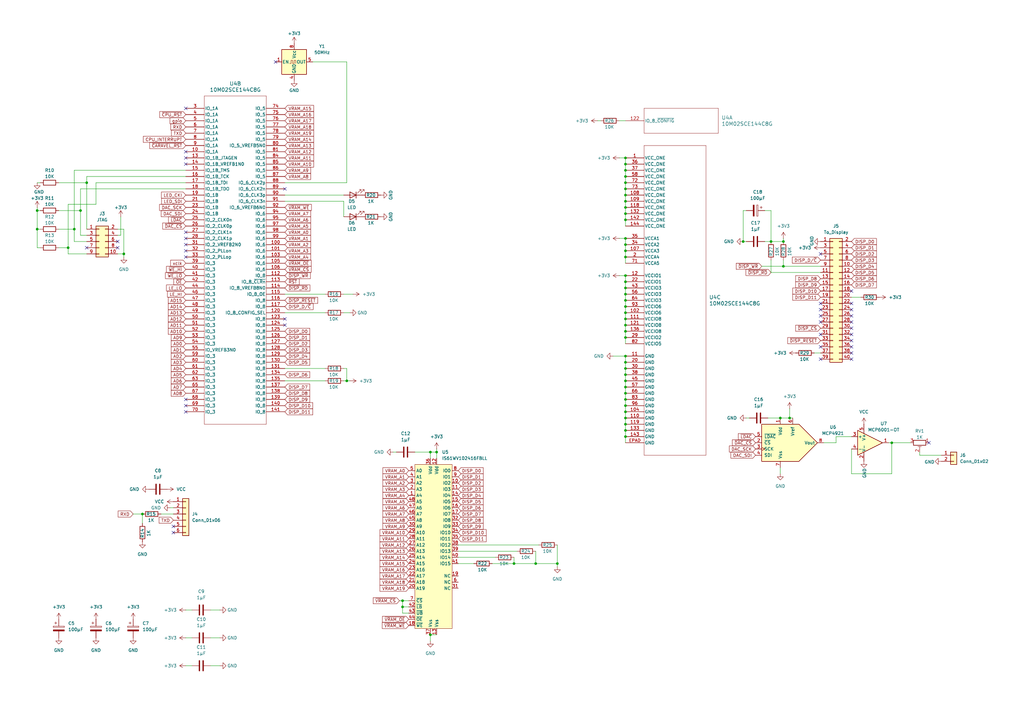
<source format=kicad_sch>
(kicad_sch (version 20250114) (generator "eeschema") (generator_version "9.0")
  (paper "A3")
  (junction (at 30.48 93.98))
  (junction (at 256.54 151.13))
  (junction (at 256.54 80.01))
  (junction (at 256.54 69.85))
  (junction (at 256.54 146.05))
  (junction (at 256.54 166.37))
  (junction (at 219.71 231.14))
  (junction (at 256.54 173.99))
  (junction (at 256.54 148.59))
  (junction (at 15.24 93.98))
  (junction (at 165.1 248.92))
  (junction (at 321.31 109.22))
  (junction (at 27.94 101.6))
  (junction (at 256.54 153.67))
  (junction (at 179.07 185.42))
  (junction (at 256.54 135.89))
  (junction (at 256.54 123.19))
  (junction (at 165.1 246.38))
  (junction (at 35.56 74.93))
  (junction (at 320.04 171.45))
  (junction (at 256.54 77.47))
  (junction (at 176.53 185.42))
  (junction (at 228.6 231.14))
  (junction (at 256.54 133.35))
  (junction (at 256.54 74.93))
  (junction (at 321.31 99.06))
  (junction (at 256.54 102.87))
  (junction (at 256.54 85.09))
  (junction (at 256.54 72.39))
  (junction (at 256.54 67.31))
  (junction (at 256.54 130.81))
  (junction (at 323.85 171.45))
  (junction (at 256.54 163.83))
  (junction (at 256.54 90.17))
  (junction (at 256.54 156.21))
  (junction (at 365.76 181.61))
  (junction (at 50.8 104.14))
  (junction (at 256.54 82.55))
  (junction (at 142.24 156.21))
  (junction (at 256.54 120.65))
  (junction (at 256.54 125.73))
  (junction (at 316.23 99.06))
  (junction (at 256.54 168.91))
  (junction (at 304.8 99.06))
  (junction (at 256.54 161.29))
  (junction (at 33.02 86.36))
  (junction (at 256.54 171.45))
  (junction (at 15.24 86.36))
  (junction (at 256.54 118.11))
  (junction (at 256.54 115.57))
  (junction (at 256.54 105.41))
  (junction (at 256.54 97.79))
  (junction (at 256.54 138.43))
  (junction (at 176.53 260.35))
  (junction (at 256.54 113.03))
  (junction (at 58.42 210.82))
  (junction (at 256.54 87.63))
  (junction (at 256.54 100.33))
  (junction (at 256.54 128.27))
  (junction (at 256.54 179.07))
  (junction (at 256.54 176.53))
  (junction (at 256.54 64.77))
  (junction (at 210.82 231.14))
  (junction (at 256.54 158.75))
  (no_connect (at 349.25 124.46))
  (no_connect (at 48.26 101.6))
  (no_connect (at 71.12 215.9))
  (no_connect (at 336.55 127))
  (no_connect (at 336.55 142.24))
  (no_connect (at 71.12 218.44))
  (no_connect (at 336.55 124.46))
  (no_connect (at 116.84 130.81))
  (no_connect (at 76.2 102.87))
  (no_connect (at 76.2 105.41))
  (no_connect (at 336.55 132.08))
  (no_connect (at 349.25 134.62))
  (no_connect (at 76.2 168.91))
  (no_connect (at 349.25 147.32))
  (no_connect (at 76.2 64.77))
  (no_connect (at 349.25 129.54))
  (no_connect (at 349.25 139.7))
  (no_connect (at 349.25 142.24))
  (no_connect (at 76.2 67.31))
  (no_connect (at 116.84 77.47))
  (no_connect (at 349.25 132.08))
  (no_connect (at 76.2 100.33))
  (no_connect (at 35.56 101.6))
  (no_connect (at 76.2 62.23))
  (no_connect (at 116.84 133.35))
  (no_connect (at 349.25 137.16))
  (no_connect (at 336.55 104.14))
  (no_connect (at 76.2 97.79))
  (no_connect (at 349.25 127))
  (no_connect (at 349.25 119.38))
  (no_connect (at 76.2 44.45))
  (no_connect (at 113.03 25.4))
  (no_connect (at 336.55 129.54))
  (no_connect (at 336.55 147.32))
  (no_connect (at 381 181.61))
  (no_connect (at 76.2 166.37))
  (no_connect (at 336.55 137.16))
  (no_connect (at 76.2 95.25))
  (no_connect (at 349.25 144.78))
  (no_connect (at 48.26 99.06))
  (no_connect (at 76.2 163.83))
  (wire (pts (xy 320.04 191.77) (xy 320.04 194.31)))
  (wire (pts (xy 256.54 176.53) (xy 256.54 179.07)))
  (wire (pts (xy 245.11 49.53) (xy 246.38 49.53)))
  (wire (pts (xy 323.85 171.45) (xy 323.85 167.64)))
  (wire (pts (xy 334.01 144.78) (xy 336.55 144.78)))
  (wire (pts (xy 320.04 171.45) (xy 323.85 171.45)))
  (wire (pts (xy 256.54 146.05) (xy 256.54 148.59)))
  (wire (pts (xy 140.97 82.55) (xy 140.97 88.9)))
  (wire (pts (xy 27.94 104.14) (xy 35.56 104.14)))
  (wire (pts (xy 116.84 151.13) (xy 133.35 151.13)))
  (wire (pts (xy 314.96 171.45) (xy 320.04 171.45)))
  (wire (pts (xy 24.13 86.36) (xy 33.02 86.36)))
  (wire (pts (xy 50.8 93.98) (xy 50.8 104.14)))
  (wire (pts (xy 304.8 86.36) (xy 304.8 99.06)))
  (wire (pts (xy 30.48 99.06) (xy 35.56 99.06)))
  (wire (pts (xy 377.19 186.69) (xy 377.19 185.42)))
  (wire (pts (xy 116.84 74.93) (xy 142.24 74.93)))
  (wire (pts (xy 49.53 88.9) (xy 49.53 96.52)))
  (wire (pts (xy 24.13 101.6) (xy 27.94 101.6)))
  (wire (pts (xy 306.07 86.36) (xy 304.8 86.36)))
  (wire (pts (xy 69.85 208.28) (xy 71.12 208.28)))
  (wire (pts (xy 256.54 125.73) (xy 256.54 128.27)))
  (wire (pts (xy 58.42 210.82) (xy 58.42 214.63)))
  (wire (pts (xy 167.64 251.46) (xy 165.1 251.46)))
  (wire (pts (xy 256.54 168.91) (xy 256.54 171.45)))
  (wire (pts (xy 254 64.77) (xy 256.54 64.77)))
  (wire (pts (xy 256.54 113.03) (xy 256.54 115.57)))
  (wire (pts (xy 316.23 99.06) (xy 321.31 99.06)))
  (wire (pts (xy 116.84 156.21) (xy 133.35 156.21)))
  (wire (pts (xy 165.1 251.46) (xy 165.1 248.92)))
  (wire (pts (xy 256.54 77.47) (xy 256.54 80.01)))
  (wire (pts (xy 176.53 185.42) (xy 179.07 185.42)))
  (wire (pts (xy 170.18 185.42) (xy 176.53 185.42)))
  (wire (pts (xy 76.2 273.05) (xy 78.74 273.05)))
  (wire (pts (xy 15.24 86.36) (xy 16.51 86.36)))
  (wire (pts (xy 256.54 74.93) (xy 256.54 77.47)))
  (wire (pts (xy 39.37 74.93) (xy 39.37 83.82)))
  (wire (pts (xy 256.54 163.83) (xy 256.54 166.37)))
  (wire (pts (xy 24.13 74.93) (xy 35.56 74.93)))
  (wire (pts (xy 256.54 87.63) (xy 256.54 90.17)))
  (wire (pts (xy 176.53 262.89) (xy 176.53 260.35)))
  (wire (pts (xy 30.48 69.85) (xy 30.48 93.98)))
  (wire (pts (xy 256.54 135.89) (xy 256.54 138.43)))
  (wire (pts (xy 256.54 67.31) (xy 256.54 69.85)))
  (wire (pts (xy 142.24 156.21) (xy 143.51 156.21)))
  (wire (pts (xy 15.24 101.6) (xy 15.24 93.98)))
  (wire (pts (xy 187.96 223.52) (xy 220.98 223.52)))
  (wire (pts (xy 256.54 97.79) (xy 256.54 100.33)))
  (wire (pts (xy 256.54 148.59) (xy 256.54 151.13)))
  (wire (pts (xy 76.2 250.19) (xy 78.74 250.19)))
  (wire (pts (xy 256.54 102.87) (xy 256.54 105.41)))
  (wire (pts (xy 39.37 74.93) (xy 76.2 74.93)))
  (wire (pts (xy 86.36 250.19) (xy 90.17 250.19)))
  (wire (pts (xy 116.84 120.65) (xy 133.35 120.65)))
  (wire (pts (xy 140.97 128.27) (xy 143.51 128.27)))
  (wire (pts (xy 256.54 171.45) (xy 256.54 173.99)))
  (wire (pts (xy 365.76 194.31) (xy 365.76 181.61)))
  (wire (pts (xy 256.54 166.37) (xy 256.54 168.91)))
  (wire (pts (xy 349.25 184.15) (xy 349.25 194.31)))
  (wire (pts (xy 256.54 156.21) (xy 256.54 158.75)))
  (wire (pts (xy 256.54 69.85) (xy 256.54 72.39)))
  (wire (pts (xy 49.53 96.52) (xy 48.26 96.52)))
  (wire (pts (xy 256.54 173.99) (xy 256.54 176.53)))
  (wire (pts (xy 35.56 72.39) (xy 76.2 72.39)))
  (wire (pts (xy 142.24 25.4) (xy 128.27 25.4)))
  (wire (pts (xy 176.53 260.35) (xy 179.07 260.35)))
  (wire (pts (xy 256.54 105.41) (xy 256.54 107.95)))
  (wire (pts (xy 50.8 104.14) (xy 48.26 104.14)))
  (wire (pts (xy 24.13 93.98) (xy 30.48 93.98)))
  (wire (pts (xy 256.54 158.75) (xy 256.54 161.29)))
  (wire (pts (xy 15.24 74.93) (xy 16.51 74.93)))
  (wire (pts (xy 228.6 223.52) (xy 228.6 231.14)))
  (wire (pts (xy 219.71 231.14) (xy 210.82 231.14)))
  (wire (pts (xy 256.54 161.29) (xy 256.54 163.83)))
  (wire (pts (xy 313.69 86.36) (xy 316.23 86.36)))
  (wire (pts (xy 66.04 210.82) (xy 71.12 210.82)))
  (wire (pts (xy 27.94 101.6) (xy 27.94 104.14)))
  (wire (pts (xy 116.84 82.55) (xy 140.97 82.55)))
  (wire (pts (xy 321.31 109.22) (xy 336.55 109.22)))
  (wire (pts (xy 16.51 93.98) (xy 15.24 93.98)))
  (wire (pts (xy 140.97 120.65) (xy 144.78 120.65)))
  (wire (pts (xy 16.51 101.6) (xy 15.24 101.6)))
  (wire (pts (xy 325.12 171.45) (xy 323.85 171.45)))
  (wire (pts (xy 30.48 69.85) (xy 76.2 69.85)))
  (wire (pts (xy 228.6 231.14) (xy 228.6 232.41)))
  (wire (pts (xy 342.9 179.07) (xy 342.9 181.61)))
  (wire (pts (xy 140.97 156.21) (xy 142.24 156.21)))
  (wire (pts (xy 256.54 179.07) (xy 256.54 181.61)))
  (wire (pts (xy 210.82 231.14) (xy 210.82 228.6)))
  (wire (pts (xy 161.29 185.42) (xy 162.56 185.42)))
  (wire (pts (xy 179.07 185.42) (xy 179.07 187.96)))
  (wire (pts (xy 27.94 83.82) (xy 27.94 101.6)))
  (wire (pts (xy 15.24 85.09) (xy 15.24 86.36)))
  (wire (pts (xy 316.23 86.36) (xy 316.23 99.06)))
  (wire (pts (xy 39.37 83.82) (xy 27.94 83.82)))
  (wire (pts (xy 187.96 226.06) (xy 212.09 226.06)))
  (wire (pts (xy 256.54 128.27) (xy 256.54 130.81)))
  (wire (pts (xy 256.54 100.33) (xy 256.54 102.87)))
  (wire (pts (xy 30.48 93.98) (xy 30.48 99.06)))
  (wire (pts (xy 48.26 93.98) (xy 50.8 93.98)))
  (wire (pts (xy 256.54 64.77) (xy 256.54 67.31)))
  (wire (pts (xy 254 97.79) (xy 256.54 97.79)))
  (wire (pts (xy 256.54 82.55) (xy 256.54 85.09)))
  (wire (pts (xy 201.93 231.14) (xy 210.82 231.14)))
  (wire (pts (xy 386.08 186.69) (xy 377.19 186.69)))
  (wire (pts (xy 54.61 210.82) (xy 58.42 210.82)))
  (wire (pts (xy 256.54 123.19) (xy 256.54 125.73)))
  (wire (pts (xy 313.69 99.06) (xy 316.23 99.06)))
  (wire (pts (xy 312.42 109.22) (xy 321.31 109.22)))
  (wire (pts (xy 256.54 153.67) (xy 256.54 156.21)))
  (wire (pts (xy 35.56 72.39) (xy 35.56 74.93)))
  (wire (pts (xy 50.8 104.14) (xy 50.8 105.41)))
  (wire (pts (xy 364.49 181.61) (xy 365.76 181.61)))
  (wire (pts (xy 165.1 248.92) (xy 165.1 246.38)))
  (wire (pts (xy 256.54 118.11) (xy 256.54 120.65)))
  (wire (pts (xy 256.54 90.17) (xy 256.54 92.71)))
  (wire (pts (xy 116.84 128.27) (xy 133.35 128.27)))
  (wire (pts (xy 76.2 261.62) (xy 78.74 261.62)))
  (wire (pts (xy 142.24 74.93) (xy 142.24 25.4)))
  (wire (pts (xy 219.71 226.06) (xy 219.71 231.14)))
  (wire (pts (xy 179.07 184.15) (xy 179.07 185.42)))
  (wire (pts (xy 256.54 80.01) (xy 256.54 82.55)))
  (wire (pts (xy 256.54 115.57) (xy 256.54 118.11)))
  (wire (pts (xy 256.54 85.09) (xy 256.54 87.63)))
  (wire (pts (xy 165.1 246.38) (xy 167.64 246.38)))
  (wire (pts (xy 163.83 246.38) (xy 165.1 246.38)))
  (wire (pts (xy 256.54 72.39) (xy 256.54 74.93)))
  (wire (pts (xy 33.02 77.47) (xy 33.02 86.36)))
  (wire (pts (xy 251.46 146.05) (xy 256.54 146.05)))
  (wire (pts (xy 321.31 97.79) (xy 321.31 99.06)))
  (wire (pts (xy 254 49.53) (xy 256.54 49.53)))
  (wire (pts (xy 316.23 111.76) (xy 336.55 111.76)))
  (wire (pts (xy 176.53 187.96) (xy 176.53 185.42)))
  (wire (pts (xy 349.25 121.92) (xy 353.06 121.92)))
  (wire (pts (xy 33.02 96.52) (xy 35.56 96.52)))
  (wire (pts (xy 116.84 80.01) (xy 140.97 80.01)))
  (wire (pts (xy 256.54 130.81) (xy 256.54 133.35)))
  (wire (pts (xy 256.54 120.65) (xy 256.54 123.19)))
  (wire (pts (xy 256.54 133.35) (xy 256.54 135.89)))
  (wire (pts (xy 140.97 151.13) (xy 142.24 151.13)))
  (wire (pts (xy 349.25 194.31) (xy 365.76 194.31)))
  (wire (pts (xy 349.25 179.07) (xy 342.9 179.07)))
  (wire (pts (xy 86.36 273.05) (xy 90.17 273.05)))
  (wire (pts (xy 86.36 261.62) (xy 90.17 261.62)))
  (wire (pts (xy 304.8 99.06) (xy 306.07 99.06)))
  (wire (pts (xy 254 113.03) (xy 256.54 113.03)))
  (wire (pts (xy 342.9 181.61) (xy 337.82 181.61)))
  (wire (pts (xy 306.07 171.45) (xy 307.34 171.45)))
  (wire (pts (xy 365.76 181.61) (xy 373.38 181.61)))
  (wire (pts (xy 15.24 93.98) (xy 15.24 86.36)))
  (wire (pts (xy 187.96 231.14) (xy 194.31 231.14)))
  (wire (pts (xy 316.23 106.68) (xy 316.23 111.76)))
  (wire (pts (xy 33.02 86.36) (xy 33.02 96.52)))
  (wire (pts (xy 187.96 228.6) (xy 203.2 228.6)))
  (wire (pts (xy 142.24 151.13) (xy 142.24 156.21)))
  (wire (pts (xy 35.56 74.93) (xy 35.56 93.98)))
  (wire (pts (xy 321.31 106.68) (xy 321.31 109.22)))
  (wire (pts (xy 228.6 231.14) (xy 219.71 231.14)))
  (wire (pts (xy 165.1 248.92) (xy 167.64 248.92)))
  (wire (pts (xy 256.54 138.43) (xy 256.54 140.97)))
  (wire (pts (xy 256.54 151.13) (xy 256.54 153.67)))
  (wire (pts (xy 33.02 77.47) (xy 76.2 77.47)))
  (global_label "VRAM_A18" (shape input) (at 116.84 52.07 0) (property "Intersheetrefs" "${INTERSHEET_REFS}" (effects (hide yes))))
  (global_label "AD7" (shape input) (at 76.2 158.75 180) (property "Intersheetrefs" "${INTERSHEET_REFS}" (effects (hide yes))))
  (global_label "VRAM_A8" (shape input) (at 116.84 72.39 0) (property "Intersheetrefs" "${INTERSHEET_REFS}" (effects (hide yes))))
  (global_label "RXD" (shape input) (at 54.61 210.82 180) (property "Intersheetrefs" "${INTERSHEET_REFS}" (effects (hide yes))))
  (global_label "DISP_D5" (shape input) (at 187.96 205.74 0) (property "Intersheetrefs" "${INTERSHEET_REFS}" (effects (hide yes))))
  (global_label "DISP_D2" (shape input) (at 116.84 140.97 0) (property "Intersheetrefs" "${INTERSHEET_REFS}" (effects (hide yes))))
  (global_label "DISP_D{slash}~{C}" (shape input) (at 116.84 125.73 0) (property "Intersheetrefs" "${INTERSHEET_REFS}" (effects (hide yes))))
  (global_label "~{VRAM_WE}" (shape input) (at 116.84 85.09 0) (property "Intersheetrefs" "${INTERSHEET_REFS}" (effects (hide yes))))
  (global_label "VRAM_A9" (shape input) (at 167.64 215.9 180) (property "Intersheetrefs" "${INTERSHEET_REFS}" (effects (hide yes))))
  (global_label "VRAM_A2" (shape input) (at 167.64 198.12 180) (property "Intersheetrefs" "${INTERSHEET_REFS}" (effects (hide yes))))
  (global_label "DISP_D8" (shape input) (at 336.55 114.3 180) (property "Intersheetrefs" "${INTERSHEET_REFS}" (effects (hide yes))))
  (global_label "~{DISP_WR}" (shape input) (at 312.42 109.22 180) (property "Intersheetrefs" "${INTERSHEET_REFS}" (effects (hide yes))))
  (global_label "CPU_INTERRUPT" (shape input) (at 76.2 57.15 180) (property "Intersheetrefs" "${INTERSHEET_REFS}" (effects (hide yes))))
  (global_label "~{DISP_WR}" (shape input) (at 116.84 113.03 0) (property "Intersheetrefs" "${INTERSHEET_REFS}" (effects (hide yes))))
  (global_label "VRAM_A17" (shape input) (at 116.84 49.53 0) (property "Intersheetrefs" "${INTERSHEET_REFS}" (effects (hide yes))))
  (global_label "AD6" (shape input) (at 76.2 156.21 180) (property "Intersheetrefs" "${INTERSHEET_REFS}" (effects (hide yes))))
  (global_label "VRAM_A10" (shape input) (at 167.64 218.44 180) (property "Intersheetrefs" "${INTERSHEET_REFS}" (effects (hide yes))))
  (global_label "DISP_D0" (shape input) (at 349.25 99.06 0) (property "Intersheetrefs" "${INTERSHEET_REFS}" (effects (hide yes))))
  (global_label "DISP_D0" (shape input) (at 116.84 135.89 0) (property "Intersheetrefs" "${INTERSHEET_REFS}" (effects (hide yes))))
  (global_label "LE_HI" (shape input) (at 76.2 120.65 180) (property "Intersheetrefs" "${INTERSHEET_REFS}" (effects (hide yes))))
  (global_label "DISP_D4" (shape input) (at 187.96 203.2 0) (property "Intersheetrefs" "${INTERSHEET_REFS}" (effects (hide yes))))
  (global_label "~{DISP_CS}" (shape input) (at 336.55 134.62 180) (property "Intersheetrefs" "${INTERSHEET_REFS}" (effects (hide yes))))
  (global_label "AD12" (shape input) (at 76.2 130.81 180) (property "Intersheetrefs" "${INTERSHEET_REFS}" (effects (hide yes))))
  (global_label "DISP_D3" (shape input) (at 349.25 106.68 0) (property "Intersheetrefs" "${INTERSHEET_REFS}" (effects (hide yes))))
  (global_label "~{RST}" (shape input) (at 116.84 115.57 0) (property "Intersheetrefs" "${INTERSHEET_REFS}" (effects (hide yes))))
  (global_label "~{WE_LO}" (shape input) (at 76.2 113.03 180) (property "Intersheetrefs" "${INTERSHEET_REFS}" (effects (hide yes))))
  (global_label "VRAM_A3" (shape input) (at 116.84 102.87 0) (property "Intersheetrefs" "${INTERSHEET_REFS}" (effects (hide yes))))
  (global_label "VRAM_A12" (shape input) (at 116.84 62.23 0) (property "Intersheetrefs" "${INTERSHEET_REFS}" (effects (hide yes))))
  (global_label "TXD" (shape input) (at 76.2 54.61 180) (property "Intersheetrefs" "${INTERSHEET_REFS}" (effects (hide yes))))
  (global_label "DISP_D2" (shape input) (at 349.25 104.14 0) (property "Intersheetrefs" "${INTERSHEET_REFS}" (effects (hide yes))))
  (global_label "VRAM_A4" (shape input) (at 116.84 105.41 0) (property "Intersheetrefs" "${INTERSHEET_REFS}" (effects (hide yes))))
  (global_label "VRAM_A4" (shape input) (at 167.64 203.2 180) (property "Intersheetrefs" "${INTERSHEET_REFS}" (effects (hide yes))))
  (global_label "LE_LO" (shape input) (at 76.2 118.11 180) (property "Intersheetrefs" "${INTERSHEET_REFS}" (effects (hide yes))))
  (global_label "~{CPU_RST}" (shape input) (at 76.2 46.99 180) (property "Intersheetrefs" "${INTERSHEET_REFS}" (effects (hide yes))))
  (global_label "VRAM_A3" (shape input) (at 167.64 200.66 180) (property "Intersheetrefs" "${INTERSHEET_REFS}" (effects (hide yes))))
  (global_label "VRAM_A12" (shape input) (at 167.64 223.52 180) (property "Intersheetrefs" "${INTERSHEET_REFS}" (effects (hide yes))))
  (global_label "AD11" (shape input) (at 76.2 133.35 180) (property "Intersheetrefs" "${INTERSHEET_REFS}" (effects (hide yes))))
  (global_label "VRAM_A0" (shape input) (at 116.84 95.25 0) (property "Intersheetrefs" "${INTERSHEET_REFS}" (effects (hide yes))))
  (global_label "TXD" (shape input) (at 71.12 213.36 180) (property "Intersheetrefs" "${INTERSHEET_REFS}" (effects (hide yes))))
  (global_label "DISP_D5" (shape input) (at 116.84 148.59 0) (property "Intersheetrefs" "${INTERSHEET_REFS}" (effects (hide yes))))
  (global_label "VRAM_A6" (shape input) (at 116.84 90.17 0) (property "Intersheetrefs" "${INTERSHEET_REFS}" (effects (hide yes))))
  (global_label "DISP_D8" (shape input) (at 116.84 161.29 0) (property "Intersheetrefs" "${INTERSHEET_REFS}" (effects (hide yes))))
  (global_label "~{LDAC}" (shape input) (at 309.88 179.07 180) (property "Intersheetrefs" "${INTERSHEET_REFS}" (effects (hide yes))))
  (global_label "AD9" (shape input) (at 76.2 138.43 180) (property "Intersheetrefs" "${INTERSHEET_REFS}" (effects (hide yes))))
  (global_label "~{DISP_RESET}" (shape input) (at 336.55 139.7 180) (property "Intersheetrefs" "${INTERSHEET_REFS}" (effects (hide yes))))
  (global_label "xclk" (shape input) (at 76.2 107.95 180) (property "Intersheetrefs" "${INTERSHEET_REFS}" (effects (hide yes))))
  (global_label "DISP_D10" (shape input) (at 336.55 119.38 180) (property "Intersheetrefs" "${INTERSHEET_REFS}" (effects (hide yes))))
  (global_label "VRAM_A14" (shape input) (at 116.84 57.15 0) (property "Intersheetrefs" "${INTERSHEET_REFS}" (effects (hide yes))))
  (global_label "VRAM_A5" (shape input) (at 167.64 205.74 180) (property "Intersheetrefs" "${INTERSHEET_REFS}" (effects (hide yes))))
  (global_label "VRAM_A9" (shape input) (at 116.84 69.85 0) (property "Intersheetrefs" "${INTERSHEET_REFS}" (effects (hide yes))))
  (global_label "VRAM_A13" (shape input) (at 167.64 226.06 180) (property "Intersheetrefs" "${INTERSHEET_REFS}" (effects (hide yes))))
  (global_label "~{VRAM_WE}" (shape input) (at 167.64 256.54 180) (property "Intersheetrefs" "${INTERSHEET_REFS}" (effects (hide yes))))
  (global_label "VRAM_A19" (shape input) (at 167.64 241.3 180) (property "Intersheetrefs" "${INTERSHEET_REFS}" (effects (hide yes))))
  (global_label "DISP_D8" (shape input) (at 187.96 213.36 0) (property "Intersheetrefs" "${INTERSHEET_REFS}" (effects (hide yes))))
  (global_label "RXD" (shape input) (at 76.2 52.07 180) (property "Intersheetrefs" "${INTERSHEET_REFS}" (effects (hide yes))))
  (global_label "DISP_D11" (shape input) (at 187.96 220.98 0) (property "Intersheetrefs" "${INTERSHEET_REFS}" (effects (hide yes))))
  (global_label "AD2" (shape input) (at 76.2 146.05 180) (property "Intersheetrefs" "${INTERSHEET_REFS}" (effects (hide yes))))
  (global_label "VRAM_A16" (shape input) (at 116.84 46.99 0) (property "Intersheetrefs" "${INTERSHEET_REFS}" (effects (hide yes))))
  (global_label "~{DAC_CS}" (shape input) (at 309.88 181.61 180) (property "Intersheetrefs" "${INTERSHEET_REFS}" (effects (hide yes))))
  (global_label "AD10" (shape input) (at 76.2 135.89 180) (property "Intersheetrefs" "${INTERSHEET_REFS}" (effects (hide yes))))
  (global_label "AD1" (shape input) (at 76.2 143.51 180) (property "Intersheetrefs" "${INTERSHEET_REFS}" (effects (hide yes))))
  (global_label "DISP_D10" (shape input) (at 187.96 218.44 0) (property "Intersheetrefs" "${INTERSHEET_REFS}" (effects (hide yes))))
  (global_label "DISP_D0" (shape input) (at 187.96 193.04 0) (property "Intersheetrefs" "${INTERSHEET_REFS}" (effects (hide yes))))
  (global_label "DISP_D4" (shape input) (at 116.84 146.05 0) (property "Intersheetrefs" "${INTERSHEET_REFS}" (effects (hide yes))))
  (global_label "VRAM_A1" (shape input) (at 116.84 97.79 0) (property "Intersheetrefs" "${INTERSHEET_REFS}" (effects (hide yes))))
  (global_label "VRAM_A18" (shape input) (at 167.64 238.76 180) (property "Intersheetrefs" "${INTERSHEET_REFS}" (effects (hide yes))))
  (global_label "DISP_D1" (shape input) (at 187.96 195.58 0) (property "Intersheetrefs" "${INTERSHEET_REFS}" (effects (hide yes))))
  (global_label "DAC_SDI" (shape input) (at 309.88 186.69 180) (property "Intersheetrefs" "${INTERSHEET_REFS}" (effects (hide yes))))
  (global_label "VRAM_A14" (shape input) (at 167.64 228.6 180) (property "Intersheetrefs" "${INTERSHEET_REFS}" (effects (hide yes))))
  (global_label "VRAM_A15" (shape input) (at 167.64 231.14 180) (property "Intersheetrefs" "${INTERSHEET_REFS}" (effects (hide yes))))
  (global_label "VRAM_A0" (shape input) (at 167.64 193.04 180) (property "Intersheetrefs" "${INTERSHEET_REFS}" (effects (hide yes))))
  (global_label "~{DAC_CS}" (shape input) (at 76.2 92.71 180) (property "Intersheetrefs" "${INTERSHEET_REFS}" (effects (hide yes))))
  (global_label "DISP_D1" (shape input) (at 349.25 101.6 0) (property "Intersheetrefs" "${INTERSHEET_REFS}" (effects (hide yes))))
  (global_label "VRAM_A10" (shape input) (at 116.84 67.31 0) (property "Intersheetrefs" "${INTERSHEET_REFS}" (effects (hide yes))))
  (global_label "VRAM_A11" (shape input) (at 116.84 64.77 0) (property "Intersheetrefs" "${INTERSHEET_REFS}" (effects (hide yes))))
  (global_label "DISP_D2" (shape input) (at 187.96 198.12 0) (property "Intersheetrefs" "${INTERSHEET_REFS}" (effects (hide yes))))
  (global_label "DISP_D11" (shape input) (at 116.84 168.91 0) (property "Intersheetrefs" "${INTERSHEET_REFS}" (effects (hide yes))))
  (global_label "DISP_D7" (shape input) (at 187.96 210.82 0) (property "Intersheetrefs" "${INTERSHEET_REFS}" (effects (hide yes))))
  (global_label "AD3" (shape input) (at 76.2 148.59 180) (property "Intersheetrefs" "${INTERSHEET_REFS}" (effects (hide yes))))
  (global_label "VRAM_A16" (shape input) (at 167.64 233.68 180) (property "Intersheetrefs" "${INTERSHEET_REFS}" (effects (hide yes))))
  (global_label "LED_CKI" (shape input) (at 76.2 80.01 180) (property "Intersheetrefs" "${INTERSHEET_REFS}" (effects (hide yes))))
  (global_label "VRAM_A1" (shape input) (at 167.64 195.58 180) (property "Intersheetrefs" "${INTERSHEET_REFS}" (effects (hide yes))))
  (global_label "~{VRAM_CS}" (shape input) (at 116.84 110.49 0) (property "Intersheetrefs" "${INTERSHEET_REFS}" (effects (hide yes))))
  (global_label "~{OE}" (shape input) (at 76.2 115.57 180) (property "Intersheetrefs" "${INTERSHEET_REFS}" (effects (hide yes))))
  (global_label "~{VRAM_OE}" (shape input) (at 167.64 254 180) (property "Intersheetrefs" "${INTERSHEET_REFS}" (effects (hide yes))))
  (global_label "DISP_D7" (shape input) (at 349.25 116.84 0) (property "Intersheetrefs" "${INTERSHEET_REFS}" (effects (hide yes))))
  (global_label "DISP_D{slash}~{C}" (shape input) (at 336.55 106.68 180) (property "Intersheetrefs" "${INTERSHEET_REFS}" (effects (hide yes))))
  (global_label "VRAM_A13" (shape input) (at 116.84 59.69 0) (property "Intersheetrefs" "${INTERSHEET_REFS}" (effects (hide yes))))
  (global_label "VRAM_A6" (shape input) (at 167.64 208.28 180) (property "Intersheetrefs" "${INTERSHEET_REFS}" (effects (hide yes))))
  (global_label "~{VRAM_CS}" (shape input) (at 163.83 246.38 180) (property "Intersheetrefs" "${INTERSHEET_REFS}" (effects (hide yes))))
  (global_label "DAC_SDI" (shape input) (at 76.2 87.63 180) (property "Intersheetrefs" "${INTERSHEET_REFS}" (effects (hide yes))))
  (global_label "DISP_D9" (shape input) (at 187.96 215.9 0) (property "Intersheetrefs" "${INTERSHEET_REFS}" (effects (hide yes))))
  (global_label "VRAM_A15" (shape input) (at 116.84 44.45 0) (property "Intersheetrefs" "${INTERSHEET_REFS}" (effects (hide yes))))
  (global_label "AD15" (shape input) (at 76.2 123.19 180) (property "Intersheetrefs" "${INTERSHEET_REFS}" (effects (hide yes))))
  (global_label "VRAM_A7" (shape input) (at 167.64 210.82 180) (property "Intersheetrefs" "${INTERSHEET_REFS}" (effects (hide yes))))
  (global_label "~{DISP_RD}" (shape input) (at 116.84 118.11 0) (property "Intersheetrefs" "${INTERSHEET_REFS}" (effects (hide yes))))
  (global_label "~{LDAC}" (shape input) (at 76.2 90.17 180) (property "Intersheetrefs" "${INTERSHEET_REFS}" (effects (hide yes))))
  (global_label "AD8" (shape input) (at 76.2 161.29 180) (property "Intersheetrefs" "${INTERSHEET_REFS}" (effects (hide yes))))
  (global_label "DAC_SCK" (shape input) (at 76.2 85.09 180) (property "Intersheetrefs" "${INTERSHEET_REFS}" (effects (hide yes))))
  (global_label "DISP_D9" (shape input) (at 336.55 116.84 180) (property "Intersheetrefs" "${INTERSHEET_REFS}" (effects (hide yes))))
  (global_label "VRAM_A19" (shape input) (at 116.84 54.61 0) (property "Intersheetrefs" "${INTERSHEET_REFS}" (effects (hide yes))))
  (global_label "AD14" (shape input) (at 76.2 125.73 180) (property "Intersheetrefs" "${INTERSHEET_REFS}" (effects (hide yes))))
  (global_label "VRAM_A5" (shape input) (at 116.84 92.71 0) (property "Intersheetrefs" "${INTERSHEET_REFS}" (effects (hide yes))))
  (global_label "~{CARAVEL_RST}" (shape input) (at 76.2 59.69 180) (property "Intersheetrefs" "${INTERSHEET_REFS}" (effects (hide yes))))
  (global_label "AD0" (shape input) (at 76.2 140.97 180) (property "Intersheetrefs" "${INTERSHEET_REFS}" (effects (hide yes))))
  (global_label "VRAM_A11" (shape input) (at 167.64 220.98 180) (property "Intersheetrefs" "${INTERSHEET_REFS}" (effects (hide yes))))
  (global_label "VRAM_A2" (shape input) (at 116.84 100.33 0) (property "Intersheetrefs" "${INTERSHEET_REFS}" (effects (hide yes))))
  (global_label "DISP_D3" (shape input) (at 187.96 200.66 0) (property "Intersheetrefs" "${INTERSHEET_REFS}" (effects (hide yes))))
  (global_label "VRAM_A8" (shape input) (at 167.64 213.36 180) (property "Intersheetrefs" "${INTERSHEET_REFS}" (effects (hide yes))))
  (global_label "DAC_SCK" (shape input) (at 309.88 184.15 180) (property "Intersheetrefs" "${INTERSHEET_REFS}" (effects (hide yes))))
  (global_label "DISP_D5" (shape input) (at 349.25 111.76 0) (property "Intersheetrefs" "${INTERSHEET_REFS}" (effects (hide yes))))
  (global_label "VRAM_A17" (shape input) (at 167.64 236.22 180) (property "Intersheetrefs" "${INTERSHEET_REFS}" (effects (hide yes))))
  (global_label "~{DISP_RESET}" (shape input) (at 116.84 123.19 0) (property "Intersheetrefs" "${INTERSHEET_REFS}" (effects (hide yes))))
  (global_label "DISP_D3" (shape input) (at 116.84 143.51 0) (property "Intersheetrefs" "${INTERSHEET_REFS}" (effects (hide yes))))
  (global_label "AD13" (shape input) (at 76.2 128.27 180) (property "Intersheetrefs" "${INTERSHEET_REFS}" (effects (hide yes))))
  (global_label "DISP_D7" (shape input) (at 116.84 158.75 0) (property "Intersheetrefs" "${INTERSHEET_REFS}" (effects (hide yes))))
  (global_label "DISP_D4" (shape input) (at 349.25 109.22 0) (property "Intersheetrefs" "${INTERSHEET_REFS}" (effects (hide yes))))
  (global_label "DISP_D11" (shape input) (at 336.55 121.92 180) (property "Intersheetrefs" "${INTERSHEET_REFS}" (effects (hide yes))))
  (global_label "DISP_D9" (shape input) (at 116.84 163.83 0) (property "Intersheetrefs" "${INTERSHEET_REFS}" (effects (hide yes))))
  (global_label "DISP_D6" (shape input) (at 187.96 208.28 0) (property "Intersheetrefs" "${INTERSHEET_REFS}" (effects (hide yes))))
  (global_label "AD4" (shape input) (at 76.2 151.13 180) (property "Intersheetrefs" "${INTERSHEET_REFS}" (effects (hide yes))))
  (global_label "gpio" (shape input) (at 76.2 49.53 180) (property "Intersheetrefs" "${INTERSHEET_REFS}" (effects (hide yes))))
  (global_label "AD5" (shape input) (at 76.2 153.67 180) (property "Intersheetrefs" "${INTERSHEET_REFS}" (effects (hide yes))))
  (global_label "~{VRAM_OE}" (shape input) (at 116.84 107.95 0) (property "Intersheetrefs" "${INTERSHEET_REFS}" (effects (hide yes))))
  (global_label "DISP_D6" (shape input) (at 349.25 114.3 0) (property "Intersheetrefs" "${INTERSHEET_REFS}" (effects (hide yes))))
  (global_label "LED_SDI" (shape input) (at 76.2 82.55 180) (property "Intersheetrefs" "${INTERSHEET_REFS}" (effects (hide yes))))
  (global_label "~{WE_HI}" (shape input) (at 76.2 110.49 180) (property "Intersheetrefs" "${INTERSHEET_REFS}" (effects (hide yes))))
  (global_label "DISP_D6" (shape input) (at 116.84 153.67 0) (property "Intersheetrefs" "${INTERSHEET_REFS}" (effects (hide yes))))
  (global_label "DISP_D10" (shape input) (at 116.84 166.37 0) (property "Intersheetrefs" "${INTERSHEET_REFS}" (effects (hide yes))))
  (global_label "VRAM_A7" (shape input) (at 116.84 87.63 0) (property "Intersheetrefs" "${INTERSHEET_REFS}" (effects (hide yes))))
  (global_label "~{DISP_RD}" (shape input) (at 316.23 111.76 180) (property "Intersheetrefs" "${INTERSHEET_REFS}" (effects (hide yes))))
  (global_label "DISP_D1" (shape input) (at 116.84 138.43 0) (property "Intersheetrefs" "${INTERSHEET_REFS}" (effects (hide yes))))
  (symbol (lib_id "Device:R") (at 250.19 49.53 90) (unit 1)
    (property "Reference" "R26" (at 249.936 49.53 90))
    (property "Value" "10K" (at 249.936 52.07 90))
    (property "Footprint" "Resistor_SMD:R_1206_3216Metric_Pad1.30x1.75mm_HandSolder" (effects (hide yes)))
  )
  (symbol (lib_id "power:GND") (at 90.17 261.62 90) (unit 1)
    (property "Reference" "#PWR057" (effects (hide yes)))
    (property "Value" "GND" (at 95.25 261.62 90))
    (property "Sim.Device" "V" (effects (hide yes)))
    (property "Sim.Type" "DC" (effects (hide yes)))
    (property "Sim.Pins" "1=+" (effects (hide yes)))
    (property "Sim.Params" "dc=0" (effects (hide yes)))
  )
  (symbol (lib_id "power:GND") (at 50.8 105.41 0) (unit 1)
    (property "Reference" "#PWR045" (effects (hide yes)))
    (property "Value" "GND" (at 50.8 110.49 0))
  )
  (symbol (lib_id "Device:R") (at 137.16 151.13 90) (unit 1)
    (property "Reference" "R18" (at 136.906 151.13 90))
    (property "Value" "10K" (at 136.906 153.67 90))
    (property "Footprint" "Resistor_SMD:R_1206_3216Metric_Pad1.30x1.75mm_HandSolder" (effects (hide yes)))
  )
  (symbol (lib_id "power:GND") (at 386.08 189.23 270) (unit 1)
    (property "Reference" "#PWR084" (effects (hide yes)))
    (property "Value" "GND" (at 383.286 189.484 90) (effects (justify right)))
    (property "Description" "Power symbol creates a global label with name \"GND\" , ground" (effects (hide yes)))
  )
  (symbol (lib_id "Analog_DAC:MCP4921") (at 320.04 181.61 0) (unit 1)
    (property "Reference" "U6" (at 341.63 175.1898 0))
    (property "Value" "MCP4921" (at 341.63 177.7298 0))
    (property "Footprint" "Package_DIP:DIP-8_W7.62mm" (effects (hide yes)))
    (property "Datasheet" "http://ww1.microchip.com/downloads/en/DeviceDoc/22248a.pdf" (effects (hide yes)))
    (property "Description" "12-Bit D/A Converters with SPI Interface" (effects (hide yes)))
  )
  (symbol (lib_id "Connector_Generic:Conn_02x05_Odd_Even") (at 40.64 99.06 0) (unit 1)
    (property "Reference" "J3" (at 41.91 87.63 0))
    (property "Value" "JTAG" (at 41.91 90.17 0))
    (property "Footprint" "Connector_PinHeader_2.54mm:PinHeader_2x05_P2.54mm_Vertical" (effects (hide yes)))
  )
  (symbol (lib_id "Device:C") (at 82.55 250.19 90) (unit 1)
    (property "Reference" "C9" (at 82.55 242.57 90))
    (property "Value" "1µF" (at 82.55 245.11 90))
    (property "Footprint" "Capacitor_SMD:C_0805_2012Metric_Pad1.18x1.45mm_HandSolder" (effects (hide yes)))
  )
  (symbol (lib_id "Device:R_Potentiometer_Trim") (at 377.19 181.61 270) (unit 1)
    (property "Reference" "RV1" (at 377.19 176.784 90))
    (property "Value" "1K" (at 377.19 179.324 90))
    (property "Footprint" "Potentiometer_THT:Potentiometer_ACP_CA9-V10_Vertical" (effects (hide yes)))
  )
  (symbol (lib_id "power:+3V3") (at 323.85 167.64 0) (unit 1)
    (property "Reference" "#PWR077" (effects (hide yes)))
    (property "Value" "+3V3" (at 323.85 162.56 0))
    (property "Description" "Power symbol creates a global label with name \"+3V3\"" (effects (hide yes)))
  )
  (symbol (lib_id "power:+3V3") (at 179.07 184.15 0) (unit 1)
    (property "Reference" "#PWR068" (effects (hide yes)))
    (property "Value" "+3V3" (at 179.07 179.07 0))
    (property "Description" "Power symbol creates a global label with name \"+3V3\"" (effects (hide yes)))
  )
  (symbol (lib_id "power:+3V3") (at 54.61 254 0) (unit 1)
    (property "Reference" "#PWR046" (effects (hide yes)))
    (property "Value" "+3V3" (at 54.61 248.92 0))
    (property "Description" "Power symbol creates a global label with name \"+3V3\"" (effects (hide yes)))
  )
  (symbol (lib_id "Device:R") (at 62.23 210.82 90) (unit 1)
    (property "Reference" "R15" (at 61.976 210.82 90))
    (property "Value" "1K" (at 61.976 213.36 90))
    (property "Footprint" "Resistor_SMD:R_1206_3216Metric_Pad1.30x1.75mm_HandSolder" (effects (hide yes)))
  )
  (symbol (lib_id "power:GND") (at 161.29 185.42 270) (unit 1)
    (property "Reference" "#PWR066" (effects (hide yes)))
    (property "Value" "GND" (at 157.48 185.4199 90) (effects (justify right)))
    (property "Description" "Power symbol creates a global label with name \"GND\" , ground" (effects (hide yes)))
  )
  (symbol (lib_id "Device:C") (at 311.15 171.45 90) (unit 1)
    (property "Reference" "C16" (at 311.15 163.83 90))
    (property "Value" "1µF" (at 311.15 166.37 90))
    (property "Footprint" "Capacitor_SMD:C_0805_2012Metric_Pad1.18x1.45mm_HandSolder" (effects (hide yes)))
  )
  (symbol (lib_id "Device:R") (at 137.16 120.65 90) (unit 1)
    (property "Reference" "R16" (at 136.906 120.65 90))
    (property "Value" "10K" (at 136.906 123.19 90))
    (property "Footprint" "Resistor_SMD:R_1206_3216Metric_Pad1.30x1.75mm_HandSolder" (effects (hide yes)))
  )
  (symbol (lib_id "power:GND") (at 336.55 99.06 270) (unit 1)
    (property "Reference" "#PWR079" (effects (hide yes)))
    (property "Value" "GND" (at 332.994 98.806 0))
    (property "Description" "Power symbol creates a global label with name \"GND\" , ground" (effects (hide yes)))
  )
  (symbol (lib_id "power:GND") (at 90.17 250.19 90) (unit 1)
    (property "Reference" "#PWR056" (effects (hide yes)))
    (property "Value" "GND" (at 95.25 250.19 90))
    (property "Sim.Device" "V" (effects (hide yes)))
    (property "Sim.Type" "DC" (effects (hide yes)))
    (property "Sim.Pins" "1=+" (effects (hide yes)))
    (property "Sim.Params" "dc=0" (effects (hide yes)))
  )
  (symbol (lib_id "power:+3V3") (at 120.65 17.78 0) (unit 1)
    (property "Reference" "#PWR059" (effects (hide yes)))
    (property "Value" "+3V3" (at 120.65 13.716 0))
    (property "Description" "Power symbol creates a global label with name \"+3V3\"" (effects (hide yes)))
  )
  (symbol (lib_id "Oscillator:CXO_DIP8") (at 120.65 25.4 0) (unit 1)
    (property "Reference" "Y1" (at 132.08 18.9798 0))
    (property "Value" "50MHz" (at 132.08 21.5198 0))
    (property "Footprint" "Oscillator:Oscillator_DIP-8" (effects (hide yes)))
    (property "Datasheet" "http://cdn-reichelt.de/documents/datenblatt/B400/OSZI.pdf" (effects (hide yes)))
    (property "Description" "Crystal Clock Oscillator, DIP8-style metal package" (effects (hide yes)))
  )
  (symbol (lib_id "power:GND") (at 15.24 74.93 0) (unit 1)
    (property "Reference" "#PWR038" (effects (hide yes)))
    (property "Value" "GND" (at 16.002 78.74 0))
  )
  (symbol (lib_id "Device:R") (at 330.2 144.78 90) (unit 1)
    (property "Reference" "R29" (at 329.946 144.78 90))
    (property "Value" "10K" (at 329.946 147.32 90))
    (property "Footprint" "Resistor_SMD:R_1206_3216Metric_Pad1.30x1.75mm_HandSolder" (effects (hide yes)))
  )
  (symbol (lib_id "Connector_Generic:Conn_01x02") (at 391.16 186.69 0) (unit 1)
    (property "Reference" "J6" (at 393.7 186.6899 0) (effects (justify left)))
    (property "Value" "Conn_01x02" (at 393.7 189.2299 0) (effects (justify left)))
    (property "Footprint" "Connector_PinHeader_2.54mm:PinHeader_1x02_P2.54mm_Vertical" (effects (hide yes)))
    (property "Description" "Generic connector, single row, 01x02, script generated (kicad-library-utils/schlib/autogen/connector/)" (effects (hide yes)))
  )
  (symbol (lib_id "power:GND") (at 69.85 208.28 270) (unit 1)
    (property "Reference" "#PWR051" (effects (hide yes)))
    (property "Value" "GND" (at 66.04 208.28 90) (effects (justify right)))
  )
  (symbol (lib_id "Connector_Generic:Conn_01x06") (at 76.2 210.82 0) (unit 1)
    (property "Reference" "J4" (at 78.74 210.82 0) (effects (justify left)))
    (property "Value" "Conn_01x06" (at 78.74 213.36 0) (effects (justify left)))
    (property "Footprint" "Connector_PinSocket_2.54mm:PinSocket_1x06_P2.54mm_Vertical" (effects (hide yes)))
  )
  (symbol (lib_id "Device:R") (at 198.12 231.14 90) (unit 1)
    (property "Reference" "R22" (at 197.866 231.14 90))
    (property "Value" "10K" (at 197.866 233.68 90))
    (property "Footprint" "Resistor_SMD:R_1206_3216Metric_Pad1.30x1.75mm_HandSolder" (effects (hide yes)))
  )
  (symbol (lib_id "Device:R") (at 20.32 86.36 270) (unit 1)
    (property "Reference" "R11" (at 20.32 81.28 90))
    (property "Value" "10K" (at 20.32 83.82 90))
    (property "Footprint" "Resistor_SMD:R_1206_3216Metric_Pad1.30x1.75mm_HandSolder" (effects (hide yes)))
  )
  (symbol (lib_id "power:VCC") (at 68.58 200.66 270) (unit 1)
    (property "Reference" "#PWR050" (effects (hide yes)))
    (property "Value" "VCC" (at 72.39 200.6599 90) (effects (justify left)))
    (property "Description" "Power symbol creates a global label with name \"VCC\"" (effects (hide yes)))
  )
  (symbol (lib_id "Device:R") (at 215.9 226.06 90) (unit 1)
    (property "Reference" "R24" (at 215.646 226.06 90))
    (property "Value" "10K" (at 215.646 228.6 90))
    (property "Footprint" "Resistor_SMD:R_1206_3216Metric_Pad1.30x1.75mm_HandSolder" (effects (hide yes)))
  )
  (symbol (lib_id "Device:R") (at 137.16 156.21 90) (unit 1)
    (property "Reference" "R19" (at 136.906 156.21 90))
    (property "Value" "10K" (at 136.906 158.75 90))
    (property "Footprint" "Resistor_SMD:R_1206_3216Metric_Pad1.30x1.75mm_HandSolder" (effects (hide yes)))
  )
  (symbol (lib_id "power:+3V3") (at 144.78 120.65 270) (unit 1)
    (property "Reference" "#PWR063" (effects (hide yes)))
    (property "Value" "+3V3" (at 148.59 120.6499 90) (effects (justify left)))
    (property "Description" "Power symbol creates a global label with name \"+3V3\"" (effects (hide yes)))
  )
  (symbol (lib_id "power:VCC") (at 71.12 205.74 90) (unit 1)
    (property "Reference" "#PWR052" (effects (hide yes)))
    (property "Value" "VCC" (at 67.31 205.7399 90) (effects (justify left)))
    (property "Description" "Power symbol creates a global label with name \"VCC\"" (effects (hide yes)))
  )
  (symbol (lib_id "power:+3V3") (at 76.2 273.05 90) (unit 1)
    (property "Reference" "#PWR055" (effects (hide yes)))
    (property "Value" "+3V3" (at 69.85 273.05 90))
    (property "Sim.Device" "V" (effects (hide yes)))
    (property "Sim.Type" "DC" (effects (hide yes)))
    (property "Sim.Pins" "1=+" (effects (hide yes)))
    (property "Sim.Params" "dc=3.3" (effects (hide yes)))
  )
  (symbol (lib_id "UL_FPGA:10M02SCE144C8G") (at 76.2 44.45 0) (unit 2)
    (property "Reference" "U4" (at 96.52 34.29 0) (effects (font (size 1.524 1.524))))
    (property "Value" "10M02SCE144C8G" (at 96.52 36.83 0) (effects (font (size 1.524 1.524))))
    (property "Footprint" "UL_FPGA:EQFP144_A-1.65-D2-4.0_INT" (effects (hide yes)))
    (property "Datasheet" "10M02SCE144C8G" (effects (hide yes)))
  )
  (symbol (lib_id "Device:C") (at 64.77 200.66 90) (unit 1)
    (property "Reference" "C8" (at 64.77 193.04 90))
    (property "Value" "1µF" (at 64.77 195.58 90))
    (property "Footprint" "Capacitor_SMD:C_0805_2012Metric_Pad1.18x1.45mm_HandSolder" (effects (hide yes)))
  )
  (symbol (lib_id "power:+3V3") (at 39.37 254 0) (unit 1)
    (property "Reference" "#PWR042" (effects (hide yes)))
    (property "Value" "+3V3" (at 39.37 248.92 0))
    (property "Description" "Power symbol creates a global label with name \"+3V3\"" (effects (hide yes)))
  )
  (symbol (lib_id "power:+3V3") (at 76.2 250.19 90) (unit 1)
    (property "Reference" "#PWR053" (effects (hide yes)))
    (property "Value" "+3V3" (at 69.85 250.19 90))
    (property "Sim.Device" "V" (effects (hide yes)))
    (property "Sim.Type" "DC" (effects (hide yes)))
    (property "Sim.Pins" "1=+" (effects (hide yes)))
    (property "Sim.Params" "dc=3.3" (effects (hide yes)))
  )
  (symbol (lib_id "Device:C") (at 166.37 185.42 90) (unit 1)
    (property "Reference" "C12" (at 166.37 177.8 90))
    (property "Value" "1µF" (at 166.37 180.34 90))
    (property "Footprint" "Capacitor_SMD:C_0805_2012Metric_Pad1.18x1.45mm_HandSolder" (effects (hide yes)))
  )
  (symbol (lib_id "power:GND") (at 176.53 262.89 0) (unit 1)
    (property "Reference" "#PWR067" (effects (hide yes)))
    (property "Value" "GND" (at 176.53 267.97 0))
    (property "Description" "Power symbol creates a global label with name \"GND\" , ground" (effects (hide yes)))
  )
  (symbol (lib_id "Connector_Generic:Conn_02x20_Odd_Even") (at 341.63 121.92 0) (unit 1)
    (property "Reference" "J5" (at 342.9 92.71 0))
    (property "Value" "To_Display" (at 342.9 95.25 0))
    (property "Footprint" "Connector_PinHeader_2.54mm:PinHeader_2x20_P2.54mm_Vertical" (effects (hide yes)))
    (property "Description" "Generic connector, double row, 02x20, odd/even pin numbering scheme (row 1 odd numbers, row 2 even numbers), script generated (kicad-library-utils/schlib/autogen/connector/)" (effects (hide yes)))
  )
  (symbol (lib_id "power:GND") (at 120.65 33.02 0) (unit 1)
    (property "Reference" "#PWR060" (effects (hide yes)))
    (property "Value" "GND" (at 120.65 37.084 0))
    (property "Description" "Power symbol creates a global label with name \"GND\" , ground" (effects (hide yes)))
  )
  (symbol (lib_id "Amplifier_Operational:MCP6001-OT") (at 356.87 181.61 0) (unit 1)
    (property "Reference" "U7" (at 362.458 173.736 0))
    (property "Value" "MCP6001-OT" (at 362.458 176.276 0))
    (property "Footprint" "Package_TO_SOT_SMD:SOT-23-5" (effects (hide yes)))
    (property "Datasheet" "https://ww1.microchip.com/downloads/en/DeviceDoc/MCP6001-1R-1U-2-4-1-MHz-Low-Power-Op-Amp-DS20001733L.pdf" (effects (hide yes)))
    (property "Description" "1MHz, Low-Power Op Amp, SOT-23-5" (effects (hide yes)))
  )
  (symbol (lib_id "Device:LED") (at 144.78 88.9 180) (unit 1)
    (property "Reference" "D6" (at 144.272 91.44 0))
    (property "Value" "LED" (at 144.272 93.98 0))
    (property "Footprint" "LED_SMD:LED_1206_3216Metric_Pad1.42x1.75mm_HandSolder" (effects (hide yes)))
  )
  (symbol (lib_id "power:GND") (at 354.33 189.23 0) (unit 1)
    (property "Reference" "#PWR082" (effects (hide yes)))
    (property "Value" "GND" (at 354.584 192.024 90) (effects (justify right)))
    (property "Description" "Power symbol creates a global label with name \"GND\" , ground" (effects (hide yes)))
  )
  (symbol (lib_id "Device:C") (at 82.55 273.05 90) (unit 1)
    (property "Reference" "C11" (at 82.55 265.43 90))
    (property "Value" "1µF" (at 82.55 267.97 90))
    (property "Footprint" "Capacitor_SMD:C_0805_2012Metric_Pad1.18x1.45mm_HandSolder" (effects (hide yes)))
  )
  (symbol (lib_id "power:GND") (at 39.37 261.62 0) (unit 1)
    (property "Reference" "#PWR043" (effects (hide yes)))
    (property "Value" "GND" (at 39.37 266.7 0))
    (property "Description" "Power symbol creates a global label with name \"GND\" , ground" (effects (hide yes)))
  )
  (symbol (lib_id "Device:R") (at 207.01 228.6 90) (unit 1)
    (property "Reference" "R23" (at 206.756 228.6 90))
    (property "Value" "10K" (at 206.756 231.14 90))
    (property "Footprint" "Resistor_SMD:R_1206_3216Metric_Pad1.30x1.75mm_HandSolder" (effects (hide yes)))
  )
  (symbol (lib_id "Device:R") (at 321.31 102.87 180) (unit 1)
    (property "Reference" "R28" (at 321.31 103.124 90))
    (property "Value" "10K" (at 323.85 103.124 90))
    (property "Footprint" "Resistor_SMD:R_1206_3216Metric_Pad1.30x1.75mm_HandSolder" (effects (hide yes)))
  )
  (symbol (lib_id "power:GND") (at 143.51 128.27 90) (unit 1)
    (property "Reference" "#PWR061" (effects (hide yes)))
    (property "Value" "GND" (at 146.558 128.27 90) (effects (justify right)))
    (property "Description" "Power symbol creates a global label with name \"GND\" , ground" (effects (hide yes)))
  )
  (symbol (lib_id "power:+3V3") (at 15.24 85.09 0) (unit 1)
    (property "Reference" "#PWR039" (effects (hide yes)))
    (property "Value" "+3V3" (at 15.24 81.28 0))
  )
  (symbol (lib_id "Device:R") (at 137.16 128.27 90) (unit 1)
    (property "Reference" "R17" (at 136.906 128.27 90))
    (property "Value" "10K" (at 136.906 130.81 90))
    (property "Footprint" "Resistor_SMD:R_1206_3216Metric_Pad1.30x1.75mm_HandSolder" (effects (hide yes)))
  )
  (symbol (lib_id "power:+3V3") (at 254 64.77 90) (unit 1)
    (property "Reference" "#PWR072" (effects (hide yes)))
    (property "Value" "+3V3" (at 247.65 64.77 90))
    (property "Sim.Device" "V" (effects (hide yes)))
    (property "Sim.Type" "DC" (effects (hide yes)))
    (property "Sim.Pins" "1=+" (effects (hide yes)))
    (property "Sim.Params" "dc=3.3" (effects (hide yes)))
  )
  (symbol (lib_id "Device:C") (at 82.55 261.62 90) (unit 1)
    (property "Reference" "C10" (at 82.55 254 90))
    (property "Value" "1µF" (at 82.55 256.54 90))
    (property "Footprint" "Capacitor_SMD:C_0805_2012Metric_Pad1.18x1.45mm_HandSolder" (effects (hide yes)))
  )
  (symbol (lib_id "TholinsStuff:IS61WV102416FBLL") (at 177.8 185.42 0) (unit 1)
    (property "Reference" "U5" (at 181.2641 185.42 0) (effects (justify left)))
    (property "Value" "IS61WV102416FBLL" (at 181.2641 187.96 0) (effects (justify left)))
    (property "Footprint" "Package_SO:TSOP-I-48_18.4x12mm_P0.5mm" (effects (hide yes)))
    (property "Datasheet" "https://www.mouser.de/datasheet/2/198/61_64WV102416FALL_BLL-1128243.pdf" (effects (hide yes)))
    (property "Mouser" "870-61WV12416FBL1TLI" (effects (hide yes)))
  )
  (symbol (lib_id "power:GND") (at 156.21 88.9 90) (unit 1)
    (property "Reference" "#PWR065" (effects (hide yes)))
    (property "Value" "GND" (at 160.274 88.9 0))
    (property "Description" "Power symbol creates a global label with name \"GND\" , ground" (effects (hide yes)))
  )
  (symbol (lib_id "power:+3V3") (at 321.31 97.79 0) (unit 1)
    (property "Reference" "#PWR076" (effects (hide yes)))
    (property "Value" "+3V3" (at 321.31 92.71 0))
  )
  (symbol (lib_id "power:+3V3") (at 49.53 88.9 0) (unit 1)
    (property "Reference" "#PWR044" (effects (hide yes)))
    (property "Value" "+3V3" (at 49.53 85.09 0))
  )
  (symbol (lib_id "power:GND") (at 320.04 194.31 0) (unit 1)
    (property "Reference" "#PWR075" (effects (hide yes)))
    (property "Value" "GND" (at 320.04 199.39 0))
    (property "Description" "Power symbol creates a global label with name \"GND\" , ground" (effects (hide yes)))
  )
  (symbol (lib_id "Device:LED") (at 144.78 80.01 180) (unit 1)
    (property "Reference" "D5" (at 144.272 82.55 0))
    (property "Value" "LED" (at 144.272 85.09 0))
    (property "Footprint" "LED_SMD:LED_1206_3216Metric_Pad1.42x1.75mm_HandSolder" (effects (hide yes)))
  )
  (symbol (lib_id "Device:R") (at 224.79 223.52 90) (unit 1)
    (property "Reference" "R25" (at 224.536 223.52 90))
    (property "Value" "10K" (at 224.536 226.06 90))
    (property "Footprint" "Resistor_SMD:R_1206_3216Metric_Pad1.30x1.75mm_HandSolder" (effects (hide yes)))
  )
  (symbol (lib_id "power:+3V3") (at 254 97.79 90) (unit 1)
    (property "Reference" "#PWR073" (effects (hide yes)))
    (property "Value" "+3V3" (at 247.65 97.79 90))
    (property "Sim.Device" "V" (effects (hide yes)))
    (property "Sim.Type" "DC" (effects (hide yes)))
    (property "Sim.Pins" "1=+" (effects (hide yes)))
    (property "Sim.Params" "dc=3.3" (effects (hide yes)))
  )
  (symbol (lib_id "power:GND") (at 54.61 261.62 0) (unit 1)
    (property "Reference" "#PWR047" (effects (hide yes)))
    (property "Value" "GND" (at 54.61 266.7 0))
    (property "Description" "Power symbol creates a global label with name \"GND\" , ground" (effects (hide yes)))
  )
  (symbol (lib_id "power:GND") (at 306.07 171.45 270) (unit 1)
    (property "Reference" "#PWR0132" (effects (hide yes)))
    (property "Value" "GND" (at 302.26 171.4499 90) (effects (justify right)))
    (property "Description" "Power symbol creates a global label with name \"GND\" , ground" (effects (hide yes)))
  )
  (symbol (lib_id "power:GND") (at 304.8 99.06 270) (unit 1)
    (property "Reference" "#PWR0133" (effects (hide yes)))
    (property "Value" "GND" (at 300.99 99.0599 90) (effects (justify right)))
    (property "Description" "Power symbol creates a global label with name \"GND\" , ground" (effects (hide yes)))
  )
  (symbol (lib_id "Device:R") (at 20.32 101.6 270) (unit 1)
    (property "Reference" "R13" (at 20.32 96.52 90))
    (property "Value" "10K" (at 20.32 99.06 90))
    (property "Footprint" "Resistor_SMD:R_1206_3216Metric_Pad1.30x1.75mm_HandSolder" (effects (hide yes)))
  )
  (symbol (lib_id "Device:R") (at 316.23 102.87 180) (unit 1)
    (property "Reference" "R27" (at 316.23 103.124 90))
    (property "Value" "10K" (at 318.77 103.124 90))
    (property "Footprint" "Resistor_SMD:R_1206_3216Metric_Pad1.30x1.75mm_HandSolder" (effects (hide yes)))
  )
  (symbol (lib_id "power:+3V3") (at 326.39 144.78 90) (unit 1)
    (property "Reference" "#PWR078" (effects (hide yes)))
    (property "Value" "+3V3" (at 322.58 144.7799 90) (effects (justify left)))
  )
  (symbol (lib_id "power:GND") (at 251.46 146.05 270) (unit 1)
    (property "Reference" "#PWR071" (effects (hide yes)))
    (property "Value" "GND" (at 247.65 146.0499 90) (effects (justify right)))
    (property "Description" "Power symbol creates a global label with name \"GND\" , ground" (effects (hide yes)))
  )
  (symbol (lib_id "Device:C_Polarized") (at 309.88 86.36 270) (unit 1)
    (property "Reference" "C18" (at 310.769 78.74 90))
    (property "Value" "100µF" (at 310.769 81.28 90))
    (property "Footprint" "Capacitor_SMD:CP_Elec_4x3" (effects (hide yes)))
    (property "Description" "Polarized capacitor" (effects (hide yes)))
  )
  (symbol (lib_id "power:GND") (at 228.6 232.41 0) (unit 1)
    (property "Reference" "#PWR069" (effects (hide yes)))
    (property "Value" "GND" (at 228.6 237.49 0))
    (property "Description" "Power symbol creates a global label with name \"GND\" , ground" (effects (hide yes)))
  )
  (symbol (lib_id "Device:R") (at 58.42 218.44 180) (unit 1)
    (property "Reference" "R14" (at 58.42 218.694 90))
    (property "Value" "1K" (at 60.96 218.694 90))
    (property "Footprint" "Resistor_SMD:R_1206_3216Metric_Pad1.30x1.75mm_HandSolder" (effects (hide yes)))
  )
  (symbol (lib_id "power:GND") (at 24.13 261.62 0) (unit 1)
    (property "Reference" "#PWR041" (effects (hide yes)))
    (property "Value" "GND" (at 24.13 266.7 0))
    (property "Description" "Power symbol creates a global label with name \"GND\" , ground" (effects (hide yes)))
  )
  (symbol (lib_id "power:+3V3") (at 143.51 156.21 270) (unit 1)
    (property "Reference" "#PWR062" (effects (hide yes)))
    (property "Value" "+3V3" (at 147.32 156.2099 90) (effects (justify left)))
    (property "Description" "Power symbol creates a global label with name \"+3V3\"" (effects (hide yes)))
  )
  (symbol (lib_id "power:VCC") (at 354.33 173.99 0) (unit 1)
    (property "Reference" "#PWR081" (effects (hide yes)))
    (property "Value" "VCC" (at 354.33 168.91 0))
    (property "Description" "Power symbol creates a global label with name \"VCC\"" (effects (hide yes)))
  )
  (symbol (lib_id "UL_FPGA:10M02SCE144C8G") (at 256.54 64.77 0) (unit 3)
    (property "Reference" "U4" (at 290.83 121.9199 0) (effects (font (size 1.524 1.524)) (justify left)))
    (property "Value" "10M02SCE144C8G" (at 290.83 124.4599 0) (effects (font (size 1.524 1.524)) (justify left)))
    (property "Footprint" "UL_FPGA:EQFP144_A-1.65-D2-4.0_INT" (effects (hide yes)))
    (property "Datasheet" "10M02SCE144C8G" (effects (hide yes)))
  )
  (symbol (lib_id "power:+3V3") (at 24.13 254 0) (unit 1)
    (property "Reference" "#PWR040" (effects (hide yes)))
    (property "Value" "+3V3" (at 24.13 248.92 0))
    (property "Description" "Power symbol creates a global label with name \"+3V3\"" (effects (hide yes)))
  )
  (symbol (lib_id "power:+3V3") (at 76.2 261.62 90) (unit 1)
    (property "Reference" "#PWR054" (effects (hide yes)))
    (property "Value" "+3V3" (at 69.85 261.62 90))
    (property "Sim.Device" "V" (effects (hide yes)))
    (property "Sim.Type" "DC" (effects (hide yes)))
    (property "Sim.Pins" "1=+" (effects (hide yes)))
    (property "Sim.Params" "dc=3.3" (effects (hide yes)))
  )
  (symbol (lib_id "Device:R") (at 356.87 121.92 90) (unit 1)
    (property "Reference" "R30" (at 356.616 121.92 90))
    (property "Value" "10K" (at 356.616 124.46 90))
    (property "Footprint" "Resistor_SMD:R_1206_3216Metric_Pad1.30x1.75mm_HandSolder" (effects (hide yes)))
  )
  (symbol (lib_id "power:+3V3") (at 245.11 49.53 90) (unit 1)
    (property "Reference" "#PWR070" (effects (hide yes)))
    (property "Value" "+3V3" (at 241.3 49.5299 90) (effects (justify left)))
    (property "Description" "Power symbol creates a global label with name \"+3V3\"" (effects (hide yes)))
  )
  (symbol (lib_id "power:GND") (at 90.17 273.05 90) (unit 1)
    (property "Reference" "#PWR058" (effects (hide yes)))
    (property "Value" "GND" (at 95.25 273.05 90))
    (property "Sim.Device" "V" (effects (hide yes)))
    (property "Sim.Type" "DC" (effects (hide yes)))
    (property "Sim.Pins" "1=+" (effects (hide yes)))
    (property "Sim.Params" "dc=0" (effects (hide yes)))
  )
  (symbol (lib_id "power:GND") (at 58.42 222.25 0) (unit 1)
    (property "Reference" "#PWR048" (effects (hide yes)))
    (property "Value" "GND" (at 58.42 227.33 0))
  )
  (symbol (lib_id "power:+3V3") (at 254 113.03 90) (unit 1)
    (property "Reference" "#PWR074" (effects (hide yes)))
    (property "Value" "+3V3" (at 247.65 113.03 90))
    (property "Sim.Device" "V" (effects (hide yes)))
    (property "Sim.Type" "DC" (effects (hide yes)))
    (property "Sim.Pins" "1=+" (effects (hide yes)))
    (property "Sim.Params" "dc=3.3" (effects (hide yes)))
  )
  (symbol (lib_id "UL_FPGA:10M02SCE144C8G") (at 256.54 49.53 0) (unit 1)
    (property "Reference" "U4" (at 295.91 48.2599 0) (effects (font (size 1.524 1.524)) (justify left)))
    (property "Value" "10M02SCE144C8G" (at 295.91 50.7999 0) (effects (font (size 1.524 1.524)) (justify left)))
    (property "Footprint" "UL_FPGA:EQFP144_A-1.65-D2-4.0_INT" (effects (hide yes)))
    (property "Datasheet" "10M02SCE144C8G" (effects (hide yes)))
  )
  (symbol (lib_id "Device:R") (at 20.32 74.93 270) (unit 1)
    (property "Reference" "R10" (at 20.32 69.85 90))
    (property "Value" "10K" (at 20.32 72.39 90))
    (property "Footprint" "Resistor_SMD:R_1206_3216Metric_Pad1.30x1.75mm_HandSolder" (effects (hide yes)))
  )
  (symbol (lib_id "Device:R") (at 152.4 88.9 90) (unit 1)
    (property "Reference" "R21" (at 152.146 88.9 90))
    (property "Value" "1K" (at 152.146 91.44 90))
    (property "Footprint" "Resistor_SMD:R_1206_3216Metric_Pad1.30x1.75mm_HandSolder" (effects (hide yes)))
  )
  (symbol (lib_id "Device:C") (at 309.88 99.06 90) (unit 1)
    (property "Reference" "C17" (at 309.88 91.44 90))
    (property "Value" "1µF" (at 309.88 93.98 90))
    (property "Footprint" "Capacitor_SMD:C_0805_2012Metric_Pad1.18x1.45mm_HandSolder" (effects (hide yes)))
  )
  (symbol (lib_id "power:GND") (at 156.21 80.01 90) (unit 1)
    (property "Reference" "#PWR064" (effects (hide yes)))
    (property "Value" "GND" (at 160.274 80.01 0))
    (property "Description" "Power symbol creates a global label with name \"GND\" , ground" (effects (hide yes)))
  )
  (symbol (lib_id "power:+3V3") (at 336.55 101.6 90) (unit 1)
    (property "Reference" "#PWR080" (effects (hide yes)))
    (property "Value" "+3V3" (at 332.74 101.5999 90) (effects (justify left)))
  )
  (symbol (lib_id "Device:C_Polarized") (at 39.37 257.81 0) (unit 1)
    (property "Reference" "C6" (at 43.18 255.6509 0) (effects (justify left)))
    (property "Value" "100µF" (at 43.18 258.1909 0) (effects (justify left)))
    (property "Footprint" "Capacitor_SMD:CP_Elec_4x3" (effects (hide yes)))
    (property "Description" "Polarized capacitor" (effects (hide yes)))
  )
  (symbol (lib_id "power:GND") (at 60.96 200.66 270) (unit 1)
    (property "Reference" "#PWR049" (effects (hide yes)))
    (property "Value" "GND" (at 57.15 200.66 90) (effects (justify right)))
  )
  (symbol (lib_id "power:+3V3") (at 360.68 121.92 270) (unit 1)
    (property "Reference" "#PWR083" (effects (hide yes)))
    (property "Value" "+3V3" (at 364.49 121.9199 90) (effects (justify left)))
  )
  (symbol (lib_id "Device:C_Polarized") (at 54.61 257.81 0) (unit 1)
    (property "Reference" "C7" (at 58.42 255.6509 0) (effects (justify left)))
    (property "Value" "100µF" (at 58.42 258.1909 0) (effects (justify left)))
    (property "Footprint" "Capacitor_SMD:CP_Elec_4x3" (effects (hide yes)))
    (property "Description" "Polarized capacitor" (effects (hide yes)))
  )
  (symbol (lib_id "Device:C_Polarized") (at 24.13 257.81 0) (unit 1)
    (property "Reference" "C5" (at 27.94 255.6509 0) (effects (justify left)))
    (property "Value" "100µF" (at 27.94 258.1909 0) (effects (justify left)))
    (property "Footprint" "Capacitor_SMD:CP_Elec_4x3" (effects (hide yes)))
    (property "Description" "Polarized capacitor" (effects (hide yes)))
  )
  (symbol (lib_id "Device:R") (at 20.32 93.98 270) (unit 1)
    (property "Reference" "R12" (at 20.32 88.9 90))
    (property "Value" "10K" (at 20.32 91.44 90))
    (property "Footprint" "Resistor_SMD:R_1206_3216Metric_Pad1.30x1.75mm_HandSolder" (effects (hide yes)))
  )
  (symbol (lib_id "Device:R") (at 152.4 80.01 90) (unit 1)
    (property "Reference" "R20" (at 152.146 80.01 90))
    (property "Value" "1K" (at 152.146 82.55 90))
    (property "Footprint" "Resistor_SMD:R_1206_3216Metric_Pad1.30x1.75mm_HandSolder" (effects (hide yes)))
  )
)
</source>
